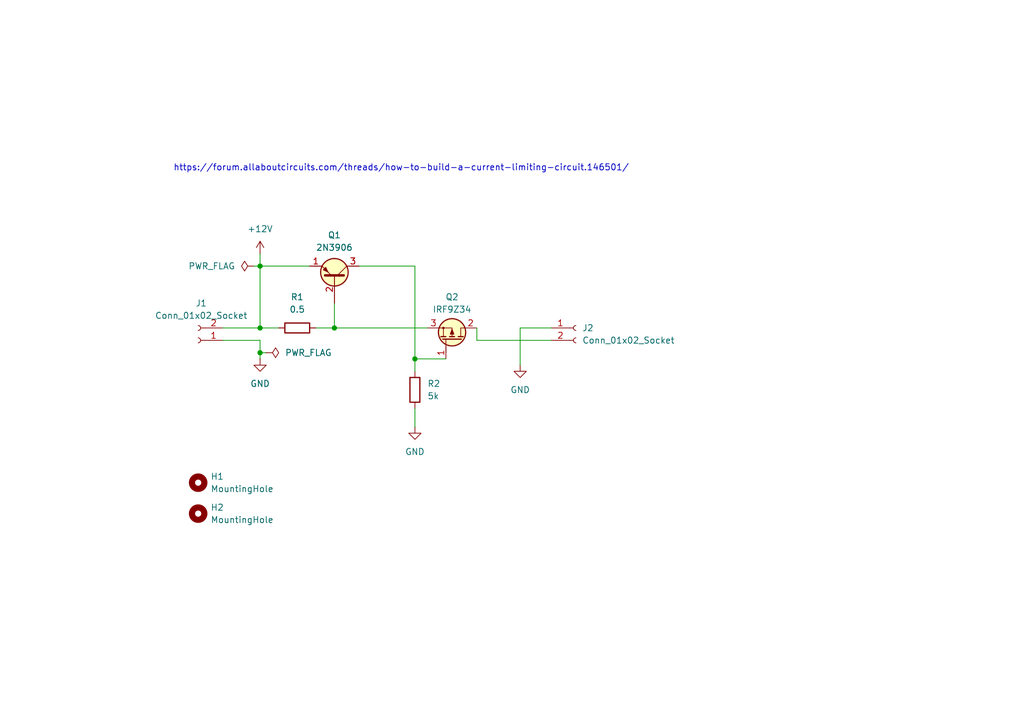
<source format=kicad_sch>
(kicad_sch (version 20231120) (generator "eeschema") (generator_version "8.0")
  (paper "A5")
  (lib_symbols
    (symbol "Connector:Conn_01x02_Socket" (pin_names (offset 1.016) hide)
      (property "Reference" "J" (at 0 2.54 0))
      (property "Value" "Conn_01x02_Socket" (at 0 -5.08 0))
      (symbol "Conn_01x02_Socket_1_1"
        (arc (start 0 -2.032) (mid -0.5058 -2.54) (end 0 -3.048) (stroke (width 0.1524)))
        (polyline (pts (xy -1.27 -2.54) (xy -0.508 -2.54)) (stroke (width 0.1524)))
        (polyline (pts (xy -1.27 0) (xy -0.508 0)) (stroke (width 0.1524)))
        (arc (start 0 0.508) (mid -0.5058 0) (end 0 -0.508) (stroke (width 0.1524)))
        (pin passive line (at -5.08 0 0) (length 3.81) (name "Pin_1") (number "1"))
        (pin passive line (at -5.08 -2.54 0) (length 3.81) (name "Pin_2") (number "2"))
      )
    )
    (symbol "Device:R" (pin_numbers hide) (pin_names (offset 0))
      (property "Reference" "R" (at 2.032 0 90))
      (property "Value" "R" (at 0 0 90))
      (symbol "R_0_1"
        (rectangle (start -1.016 -2.54) (end 1.016 2.54) (stroke (width 0.254)))
      )
      (symbol "R_1_1"
        (pin passive line (at 0 3.81 270) (length 1.27) (name "~") (number "1"))
        (pin passive line (at 0 -3.81 90) (length 1.27) (name "~") (number "2"))
      )
    )
    (symbol "Mechanical:MountingHole" (pin_names (offset 1.016)) (exclude_from_sim yes) (in_bom no)
      (property "Reference" "H" (at 0 5.08 0))
      (property "Value" "MountingHole" (at 0 3.175 0))
      (symbol "MountingHole_0_1"
        (circle (center 0 0) (radius 1.27) (stroke (width 1.27)))
      )
    )
    (symbol "PCM_Transistor_BJT_AKL:2N3906" (pin_names hide)
      (property "Reference" "Q" (at 5.08 1.27 0))
      (property "Value" "2N3906" (at 5.08 -1.27 0))
      (symbol "2N3906_0_1"
        (polyline (pts (xy 0.635 -0.635) (xy 2.54 -2.54)))
        (polyline (pts (xy 0.635 -1.905) (xy 0.635 1.905) (xy 0.635 1.905)) (stroke (width 0.508)))
        (polyline (pts (xy 0.635 0.635) (xy 2.54 2.54) (xy 2.54 2.54)))
        (polyline (pts (xy 2.286 1.778) (xy 1.778 2.286) (xy 1.27 1.27) (xy 2.286 1.778) (xy 2.286 1.778)) (fill (type outline)))
        (circle (center 1.27 0) (radius 2.8194) (stroke (width 0.254)) (fill (type background)))
      )
      (symbol "2N3906_1_1"
        (pin passive line (at 2.54 5.08 270) (length 2.54) (name "E") (number "1"))
        (pin input line (at -5.08 0 0) (length 5.715) (name "B") (number "2"))
        (pin passive line (at 2.54 -5.08 90) (length 2.54) (name "C") (number "3"))
      )
    )
    (symbol "PCM_Transistor_MOSFET_AKL:IRF9Z34" (pin_names hide)
      (property "Reference" "Q" (at 5.08 1.27 0))
      (property "Value" "IRF9Z34" (at 5.08 -1.27 0))
      (symbol "IRF9Z34_0_1"
        (polyline (pts (xy 0.254 -1.905) (xy 0.254 1.905)) (stroke (width 0.254)))
        (polyline (pts (xy 0.254 1.27) (xy -2.54 1.27)))
        (polyline (pts (xy 0.762 -2.286) (xy 0.762 -1.27)) (stroke (width 0.254)))
        (polyline (pts (xy 0.762 -1.778) (xy 2.54 -1.778)))
        (polyline (pts (xy 0.762 -0.508) (xy 0.762 0.508)) (stroke (width 0.254)))
        (polyline (pts (xy 0.762 1.27) (xy 0.762 2.286)) (stroke (width 0.254)))
        (polyline (pts (xy 0.762 1.778) (xy 2.54 1.778)))
        (polyline (pts (xy 2.54 -2.54) (xy 2.54 -1.778)))
        (polyline (pts (xy 2.54 2.54) (xy 2.54 0) (xy 0.762 0)))
        (polyline (pts (xy 2.286 0) (xy 1.27 -0.381) (xy 1.27 0.381) (xy 2.286 0)) (fill (type outline)))
      )
      (symbol "IRF9Z34_1_1"
        (circle (center 1.651 0) (radius 2.794) (stroke (width 0.254)) (fill (type background)))
        (circle (center 2.54 1.778) (radius 0.1778) (fill (type outline)))
        (pin input line (at -3.81 1.27 0) (length 2.54) (name "G") (number "1"))
        (pin passive line (at 2.54 -5.08 90) (length 2.54) (name "D") (number "2"))
        (pin passive line (at 2.54 5.08 270) (length 2.54) (name "S") (number "3"))
      )
    )
    (symbol "power:+12V" (power) (pin_numbers hide) (pin_names (offset 0) hide)
      (property "Value" "+12V" (at 0 3.556 0))
      (symbol "+12V_0_1"
        (polyline (pts (xy -0.762 1.27) (xy 0 2.54)))
        (polyline (pts (xy 0 0) (xy 0 2.54)))
        (polyline (pts (xy 0 2.54) (xy 0.762 1.27)))
      )
      (symbol "+12V_1_1"
        (pin power_in line (at 0 0 90) (length 0) (name "~") (number "1"))
      )
    )
    (symbol "power:GND" (power) (pin_numbers hide) (pin_names (offset 0) hide)
      (property "Value" "GND" (at 0 -3.81 0))
      (symbol "GND_0_1"
        (polyline (pts (xy 0 0) (xy 0 -1.27) (xy 1.27 -1.27) (xy 0 -2.54) (xy -1.27 -1.27) (xy 0 -1.27)))
      )
      (symbol "GND_1_1"
        (pin power_in line (at 0 0 270) (length 0) (name "~") (number "1"))
      )
    )
    (symbol "power:PWR_FLAG" (power) (pin_numbers hide) (pin_names (offset 0) hide)
      (property "Value" "PWR_FLAG" (at 0 3.81 0))
      (symbol "PWR_FLAG_0_0"
        (pin power_out line (at 0 0 90) (length 0) (name "~") (number "1"))
      )
      (symbol "PWR_FLAG_0_1"
        (polyline (pts (xy 0 0) (xy 0 1.27) (xy -1.016 1.905) (xy 0 2.54) (xy 1.016 1.905) (xy 0 1.27)))
      )
    )
  )
  (junction (at 53.34 72.39))
  (junction (at 53.34 54.61))
  (junction (at 68.58 67.31))
  (junction (at 85.09 73.66))
  (junction (at 53.34 67.31))
  (wire (pts (xy 106.68 67.31) (xy 106.68 74.93)))
  (wire (pts (xy 52.07 54.61) (xy 53.34 54.61)))
  (wire (pts (xy 85.09 54.61) (xy 85.09 73.66)))
  (wire (pts (xy 97.79 69.85) (xy 113.03 69.85)))
  (wire (pts (xy 45.72 67.31) (xy 53.34 67.31)))
  (wire (pts (xy 97.79 67.31) (xy 97.79 69.85)))
  (wire (pts (xy 85.09 83.82) (xy 85.09 87.63)))
  (wire (pts (xy 68.58 67.31) (xy 87.63 67.31)))
  (wire (pts (xy 53.34 67.31) (xy 57.15 67.31)))
  (wire (pts (xy 68.58 62.23) (xy 68.58 67.31)))
  (wire (pts (xy 68.58 67.31) (xy 64.77 67.31)))
  (wire (pts (xy 85.09 73.66) (xy 91.44 73.66)))
  (wire (pts (xy 53.34 69.85) (xy 45.72 69.85)))
  (wire (pts (xy 53.34 54.61) (xy 53.34 67.31)))
  (wire (pts (xy 113.03 67.31) (xy 106.68 67.31)))
  (wire (pts (xy 85.09 73.66) (xy 85.09 76.2)))
  (wire (pts (xy 54.61 72.39) (xy 53.34 72.39)))
  (wire (pts (xy 73.66 54.61) (xy 85.09 54.61)))
  (wire (pts (xy 53.34 52.07) (xy 53.34 54.61)))
  (wire (pts (xy 63.5 54.61) (xy 53.34 54.61)))
  (wire (pts (xy 53.34 73.66) (xy 53.34 72.39)))
  (wire (pts (xy 53.34 72.39) (xy 53.34 69.85)))
  (text "https://forum.allaboutcircuits.com/threads/how-to-build-a-current-limiting-circuit.146501/" (at 82.296 34.544 0) (effects (font (size 1.27 1.27))))
  (symbol (lib_id "Device:R") (at 85.09 80.01 180) (unit 1)
    (property "Reference" "R2" (at 87.63 78.7399 0) (effects (justify right)))
    (property "Value" "5k" (at 87.63 81.2799 0) (effects (justify right)))
    (property "Footprint" "Resistor_THT:R_Axial_DIN0207_L6.3mm_D2.5mm_P7.62mm_Horizontal" (effects (hide yes)))
    (property "Description" "Resistor" (effects (hide yes)))
  )
  (symbol (lib_id "PCM_Transistor_BJT_AKL:2N3906") (at 68.58 57.15 90) (unit 1)
    (property "Reference" "Q1" (at 68.58 48.26 90))
    (property "Value" "2N3906" (at 68.58 50.8 90))
    (property "Footprint" "PCM_Package_TO_SOT_THT_AKL:TO-92_Inline_Wide_EBC" (effects (hide yes)))
    (property "Datasheet" "https://www.tme.eu/Document/1d69ece8147fa5a64114d103f531c790/2N3906BU.pdf" (effects (hide yes)))
    (property "Description" "PNP TO-92 transistor, 40V, 200mA, 625mW, Complementary to 2N3904, Alternate KiCAD Library" (effects (hide yes)))
  )
  (symbol (lib_id "Device:R") (at 60.96 67.31 90) (unit 1)
    (property "Reference" "R1" (at 60.96 60.96 90))
    (property "Value" "0.5" (at 60.96 63.5 90))
    (property "Footprint" "Resistor_THT:R_Axial_Power_L25.0mm_W6.4mm_P30.48mm" (effects (hide yes)))
    (property "Description" "Resistor" (effects (hide yes)))
  )
  (symbol (lib_id "Connector:Conn_01x02_Socket") (at 40.64 69.85 180) (unit 1)
    (property "Reference" "J1" (at 41.275 62.23 0))
    (property "Value" "Conn_01x02_Socket" (at 41.275 64.77 0))
    (property "Footprint" "Connector_JST:JST_XH_S2B-XH-A-1_1x02_P2.50mm_Horizontal" (effects (hide yes)))
    (property "Description" "Generic connector, single row, 01x02, script generated" (effects (hide yes)))
  )
  (symbol (lib_id "power:PWR_FLAG") (at 52.07 54.61 90) (unit 1)
    (property "Reference" "#FLG01" (effects (hide yes)))
    (property "Value" "PWR_FLAG" (at 48.26 54.6099 90) (effects (justify left)))
    (property "Description" "Special symbol for telling ERC where power comes from" (effects (hide yes)))
  )
  (symbol (lib_id "power:GND") (at 106.68 74.93 0) (unit 1)
    (property "Reference" "#PWR04" (effects (hide yes)))
    (property "Value" "GND" (at 106.68 80.01 0))
    (property "Description" "Power symbol creates a global label with name \"GND\" , ground" (effects (hide yes)))
  )
  (symbol (lib_id "power:PWR_FLAG") (at 54.61 72.39 270) (unit 1)
    (property "Reference" "#FLG02" (effects (hide yes)))
    (property "Value" "PWR_FLAG" (at 58.42 72.3899 90) (effects (justify left)))
    (property "Description" "Special symbol for telling ERC where power comes from" (effects (hide yes)))
  )
  (symbol (lib_id "power:GND") (at 53.34 73.66 0) (unit 1)
    (property "Reference" "#PWR01" (effects (hide yes)))
    (property "Value" "GND" (at 53.34 78.74 0))
    (property "Description" "Power symbol creates a global label with name \"GND\" , ground" (effects (hide yes)))
  )
  (symbol (lib_id "PCM_Transistor_MOSFET_AKL:IRF9Z34") (at 92.71 69.85 90) (unit 1)
    (property "Reference" "Q2" (at 92.71 60.96 90))
    (property "Value" "IRF9Z34" (at 92.71 63.5 90))
    (property "Footprint" "PCM_Package_TO_SOT_THT_AKL:TO-220-3_Vertical_GDS" (effects (hide yes)))
    (property "Datasheet" "https://www.tme.eu/Document/bab2c19fe010237e2c225c2903163639/irf9z34.pdf" (effects (hide yes)))
    (property "Description" "TO-220 P-MOSFET enchancement mode transistor, 60V, 18A, 88W, Alternate KiCAD Library" (effects (hide yes)))
  )
  (symbol (lib_id "Connector:Conn_01x02_Socket") (at 118.11 67.31 0) (unit 1)
    (property "Reference" "J2" (at 119.38 67.3099 0) (effects (justify left)))
    (property "Value" "Conn_01x02_Socket" (at 119.38 69.8499 0) (effects (justify left)))
    (property "Footprint" "Connector_JST:JST_XH_S2B-XH-A-1_1x02_P2.50mm_Horizontal" (effects (hide yes)))
    (property "Description" "Generic connector, single row, 01x02, script generated" (effects (hide yes)))
  )
  (symbol (lib_id "Mechanical:MountingHole") (at 40.64 105.41 0) (unit 1) (exclude_from_sim yes) (in_bom no)
    (property "Reference" "H2" (at 43.18 104.1399 0) (effects (justify left)))
    (property "Value" "MountingHole" (at 43.18 106.6799 0) (effects (justify left)))
    (property "Footprint" "MountingHole:MountingHole_2.7mm_M2.5" (effects (hide yes)))
    (property "Description" "Mounting Hole without connection" (effects (hide yes)))
  )
  (symbol (lib_id "Mechanical:MountingHole") (at 40.64 99.06 0) (unit 1) (exclude_from_sim yes) (in_bom no)
    (property "Reference" "H1" (at 43.18 97.7899 0) (effects (justify left)))
    (property "Value" "MountingHole" (at 43.18 100.3299 0) (effects (justify left)))
    (property "Footprint" "MountingHole:MountingHole_2.7mm_M2.5" (effects (hide yes)))
    (property "Description" "Mounting Hole without connection" (effects (hide yes)))
  )
  (symbol (lib_id "power:GND") (at 85.09 87.63 0) (unit 1)
    (property "Reference" "#PWR03" (effects (hide yes)))
    (property "Value" "GND" (at 85.09 92.71 0))
    (property "Description" "Power symbol creates a global label with name \"GND\" , ground" (effects (hide yes)))
  )
  (symbol (lib_id "power:+12V") (at 53.34 52.07 0) (unit 1)
    (property "Reference" "#PWR05" (effects (hide yes)))
    (property "Value" "+12V" (at 53.34 46.99 0))
    (property "Description" "Power symbol creates a global label with name \"+12V\"" (effects (hide yes)))
  )
)
</source>
